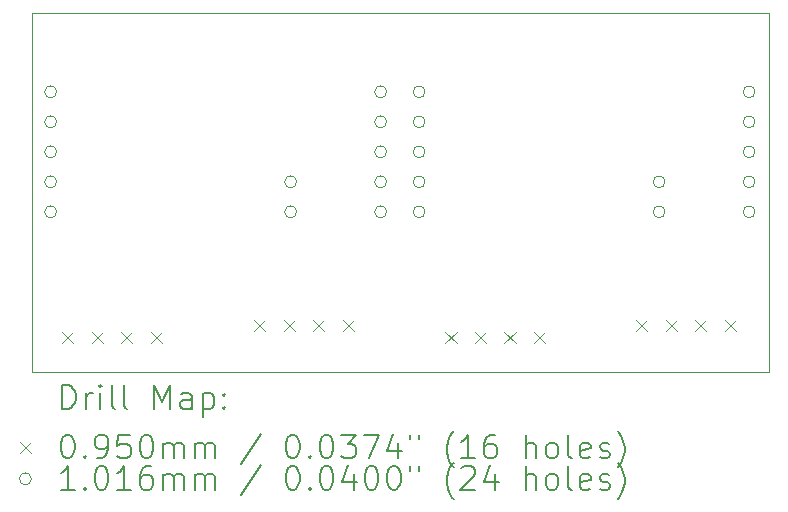
<source format=gbr>
%TF.GenerationSoftware,KiCad,Pcbnew,8.0.1*%
%TF.CreationDate,2024-04-28T18:39:33+02:00*%
%TF.ProjectId,ScaleModule,5363616c-654d-46f6-9475-6c652e6b6963,v0.1*%
%TF.SameCoordinates,Original*%
%TF.FileFunction,Drillmap*%
%TF.FilePolarity,Positive*%
%FSLAX45Y45*%
G04 Gerber Fmt 4.5, Leading zero omitted, Abs format (unit mm)*
G04 Created by KiCad (PCBNEW 8.0.1) date 2024-04-28 18:39:33*
%MOMM*%
%LPD*%
G01*
G04 APERTURE LIST*
%ADD10C,0.050000*%
%ADD11C,0.200000*%
%ADD12C,0.100000*%
%ADD13C,0.101600*%
G04 APERTURE END LIST*
D10*
X10920000Y-8882000D02*
X17160000Y-8882000D01*
X17160000Y-11922000D01*
X10920000Y-11922000D01*
X10920000Y-8882000D01*
D11*
D12*
X11177500Y-11587000D02*
X11272500Y-11682000D01*
X11272500Y-11587000D02*
X11177500Y-11682000D01*
X11427500Y-11587000D02*
X11522500Y-11682000D01*
X11522500Y-11587000D02*
X11427500Y-11682000D01*
X11677500Y-11587000D02*
X11772500Y-11682000D01*
X11772500Y-11587000D02*
X11677500Y-11682000D01*
X11927500Y-11587000D02*
X12022500Y-11682000D01*
X12022500Y-11587000D02*
X11927500Y-11682000D01*
X12802500Y-11482000D02*
X12897500Y-11577000D01*
X12897500Y-11482000D02*
X12802500Y-11577000D01*
X13052500Y-11482000D02*
X13147500Y-11577000D01*
X13147500Y-11482000D02*
X13052500Y-11577000D01*
X13302500Y-11482000D02*
X13397500Y-11577000D01*
X13397500Y-11482000D02*
X13302500Y-11577000D01*
X13552500Y-11482000D02*
X13647500Y-11577000D01*
X13647500Y-11482000D02*
X13552500Y-11577000D01*
X14422500Y-11587000D02*
X14517500Y-11682000D01*
X14517500Y-11587000D02*
X14422500Y-11682000D01*
X14672500Y-11587000D02*
X14767500Y-11682000D01*
X14767500Y-11587000D02*
X14672500Y-11682000D01*
X14922500Y-11587000D02*
X15017500Y-11682000D01*
X15017500Y-11587000D02*
X14922500Y-11682000D01*
X15172500Y-11587000D02*
X15267500Y-11682000D01*
X15267500Y-11587000D02*
X15172500Y-11682000D01*
X16037500Y-11482000D02*
X16132500Y-11577000D01*
X16132500Y-11482000D02*
X16037500Y-11577000D01*
X16287500Y-11482000D02*
X16382500Y-11577000D01*
X16382500Y-11482000D02*
X16287500Y-11577000D01*
X16537500Y-11482000D02*
X16632500Y-11577000D01*
X16632500Y-11482000D02*
X16537500Y-11577000D01*
X16787500Y-11482000D02*
X16882500Y-11577000D01*
X16882500Y-11482000D02*
X16787500Y-11577000D01*
D13*
X11131800Y-9552000D02*
G75*
G02*
X11030200Y-9552000I-50800J0D01*
G01*
X11030200Y-9552000D02*
G75*
G02*
X11131800Y-9552000I50800J0D01*
G01*
X11131800Y-9806000D02*
G75*
G02*
X11030200Y-9806000I-50800J0D01*
G01*
X11030200Y-9806000D02*
G75*
G02*
X11131800Y-9806000I50800J0D01*
G01*
X11131800Y-10060000D02*
G75*
G02*
X11030200Y-10060000I-50800J0D01*
G01*
X11030200Y-10060000D02*
G75*
G02*
X11131800Y-10060000I50800J0D01*
G01*
X11131800Y-10314000D02*
G75*
G02*
X11030200Y-10314000I-50800J0D01*
G01*
X11030200Y-10314000D02*
G75*
G02*
X11131800Y-10314000I50800J0D01*
G01*
X11131800Y-10568000D02*
G75*
G02*
X11030200Y-10568000I-50800J0D01*
G01*
X11030200Y-10568000D02*
G75*
G02*
X11131800Y-10568000I50800J0D01*
G01*
X13163800Y-10314000D02*
G75*
G02*
X13062200Y-10314000I-50800J0D01*
G01*
X13062200Y-10314000D02*
G75*
G02*
X13163800Y-10314000I50800J0D01*
G01*
X13163800Y-10568000D02*
G75*
G02*
X13062200Y-10568000I-50800J0D01*
G01*
X13062200Y-10568000D02*
G75*
G02*
X13163800Y-10568000I50800J0D01*
G01*
X13925800Y-9552000D02*
G75*
G02*
X13824200Y-9552000I-50800J0D01*
G01*
X13824200Y-9552000D02*
G75*
G02*
X13925800Y-9552000I50800J0D01*
G01*
X13925800Y-9806000D02*
G75*
G02*
X13824200Y-9806000I-50800J0D01*
G01*
X13824200Y-9806000D02*
G75*
G02*
X13925800Y-9806000I50800J0D01*
G01*
X13925800Y-10060000D02*
G75*
G02*
X13824200Y-10060000I-50800J0D01*
G01*
X13824200Y-10060000D02*
G75*
G02*
X13925800Y-10060000I50800J0D01*
G01*
X13925800Y-10314000D02*
G75*
G02*
X13824200Y-10314000I-50800J0D01*
G01*
X13824200Y-10314000D02*
G75*
G02*
X13925800Y-10314000I50800J0D01*
G01*
X13925800Y-10568000D02*
G75*
G02*
X13824200Y-10568000I-50800J0D01*
G01*
X13824200Y-10568000D02*
G75*
G02*
X13925800Y-10568000I50800J0D01*
G01*
X14250800Y-9552000D02*
G75*
G02*
X14149200Y-9552000I-50800J0D01*
G01*
X14149200Y-9552000D02*
G75*
G02*
X14250800Y-9552000I50800J0D01*
G01*
X14250800Y-9806000D02*
G75*
G02*
X14149200Y-9806000I-50800J0D01*
G01*
X14149200Y-9806000D02*
G75*
G02*
X14250800Y-9806000I50800J0D01*
G01*
X14250800Y-10060000D02*
G75*
G02*
X14149200Y-10060000I-50800J0D01*
G01*
X14149200Y-10060000D02*
G75*
G02*
X14250800Y-10060000I50800J0D01*
G01*
X14250800Y-10314000D02*
G75*
G02*
X14149200Y-10314000I-50800J0D01*
G01*
X14149200Y-10314000D02*
G75*
G02*
X14250800Y-10314000I50800J0D01*
G01*
X14250800Y-10568000D02*
G75*
G02*
X14149200Y-10568000I-50800J0D01*
G01*
X14149200Y-10568000D02*
G75*
G02*
X14250800Y-10568000I50800J0D01*
G01*
X16282800Y-10314000D02*
G75*
G02*
X16181200Y-10314000I-50800J0D01*
G01*
X16181200Y-10314000D02*
G75*
G02*
X16282800Y-10314000I50800J0D01*
G01*
X16282800Y-10568000D02*
G75*
G02*
X16181200Y-10568000I-50800J0D01*
G01*
X16181200Y-10568000D02*
G75*
G02*
X16282800Y-10568000I50800J0D01*
G01*
X17044800Y-9552000D02*
G75*
G02*
X16943200Y-9552000I-50800J0D01*
G01*
X16943200Y-9552000D02*
G75*
G02*
X17044800Y-9552000I50800J0D01*
G01*
X17044800Y-9806000D02*
G75*
G02*
X16943200Y-9806000I-50800J0D01*
G01*
X16943200Y-9806000D02*
G75*
G02*
X17044800Y-9806000I50800J0D01*
G01*
X17044800Y-10060000D02*
G75*
G02*
X16943200Y-10060000I-50800J0D01*
G01*
X16943200Y-10060000D02*
G75*
G02*
X17044800Y-10060000I50800J0D01*
G01*
X17044800Y-10314000D02*
G75*
G02*
X16943200Y-10314000I-50800J0D01*
G01*
X16943200Y-10314000D02*
G75*
G02*
X17044800Y-10314000I50800J0D01*
G01*
X17044800Y-10568000D02*
G75*
G02*
X16943200Y-10568000I-50800J0D01*
G01*
X16943200Y-10568000D02*
G75*
G02*
X17044800Y-10568000I50800J0D01*
G01*
D11*
X11178277Y-12235984D02*
X11178277Y-12035984D01*
X11178277Y-12035984D02*
X11225896Y-12035984D01*
X11225896Y-12035984D02*
X11254467Y-12045508D01*
X11254467Y-12045508D02*
X11273515Y-12064555D01*
X11273515Y-12064555D02*
X11283039Y-12083603D01*
X11283039Y-12083603D02*
X11292562Y-12121698D01*
X11292562Y-12121698D02*
X11292562Y-12150269D01*
X11292562Y-12150269D02*
X11283039Y-12188365D01*
X11283039Y-12188365D02*
X11273515Y-12207412D01*
X11273515Y-12207412D02*
X11254467Y-12226460D01*
X11254467Y-12226460D02*
X11225896Y-12235984D01*
X11225896Y-12235984D02*
X11178277Y-12235984D01*
X11378277Y-12235984D02*
X11378277Y-12102650D01*
X11378277Y-12140746D02*
X11387801Y-12121698D01*
X11387801Y-12121698D02*
X11397324Y-12112174D01*
X11397324Y-12112174D02*
X11416372Y-12102650D01*
X11416372Y-12102650D02*
X11435420Y-12102650D01*
X11502086Y-12235984D02*
X11502086Y-12102650D01*
X11502086Y-12035984D02*
X11492562Y-12045508D01*
X11492562Y-12045508D02*
X11502086Y-12055031D01*
X11502086Y-12055031D02*
X11511610Y-12045508D01*
X11511610Y-12045508D02*
X11502086Y-12035984D01*
X11502086Y-12035984D02*
X11502086Y-12055031D01*
X11625896Y-12235984D02*
X11606848Y-12226460D01*
X11606848Y-12226460D02*
X11597324Y-12207412D01*
X11597324Y-12207412D02*
X11597324Y-12035984D01*
X11730658Y-12235984D02*
X11711610Y-12226460D01*
X11711610Y-12226460D02*
X11702086Y-12207412D01*
X11702086Y-12207412D02*
X11702086Y-12035984D01*
X11959229Y-12235984D02*
X11959229Y-12035984D01*
X11959229Y-12035984D02*
X12025896Y-12178841D01*
X12025896Y-12178841D02*
X12092562Y-12035984D01*
X12092562Y-12035984D02*
X12092562Y-12235984D01*
X12273515Y-12235984D02*
X12273515Y-12131222D01*
X12273515Y-12131222D02*
X12263991Y-12112174D01*
X12263991Y-12112174D02*
X12244943Y-12102650D01*
X12244943Y-12102650D02*
X12206848Y-12102650D01*
X12206848Y-12102650D02*
X12187801Y-12112174D01*
X12273515Y-12226460D02*
X12254467Y-12235984D01*
X12254467Y-12235984D02*
X12206848Y-12235984D01*
X12206848Y-12235984D02*
X12187801Y-12226460D01*
X12187801Y-12226460D02*
X12178277Y-12207412D01*
X12178277Y-12207412D02*
X12178277Y-12188365D01*
X12178277Y-12188365D02*
X12187801Y-12169317D01*
X12187801Y-12169317D02*
X12206848Y-12159793D01*
X12206848Y-12159793D02*
X12254467Y-12159793D01*
X12254467Y-12159793D02*
X12273515Y-12150269D01*
X12368753Y-12102650D02*
X12368753Y-12302650D01*
X12368753Y-12112174D02*
X12387801Y-12102650D01*
X12387801Y-12102650D02*
X12425896Y-12102650D01*
X12425896Y-12102650D02*
X12444943Y-12112174D01*
X12444943Y-12112174D02*
X12454467Y-12121698D01*
X12454467Y-12121698D02*
X12463991Y-12140746D01*
X12463991Y-12140746D02*
X12463991Y-12197888D01*
X12463991Y-12197888D02*
X12454467Y-12216936D01*
X12454467Y-12216936D02*
X12444943Y-12226460D01*
X12444943Y-12226460D02*
X12425896Y-12235984D01*
X12425896Y-12235984D02*
X12387801Y-12235984D01*
X12387801Y-12235984D02*
X12368753Y-12226460D01*
X12549705Y-12216936D02*
X12559229Y-12226460D01*
X12559229Y-12226460D02*
X12549705Y-12235984D01*
X12549705Y-12235984D02*
X12540182Y-12226460D01*
X12540182Y-12226460D02*
X12549705Y-12216936D01*
X12549705Y-12216936D02*
X12549705Y-12235984D01*
X12549705Y-12112174D02*
X12559229Y-12121698D01*
X12559229Y-12121698D02*
X12549705Y-12131222D01*
X12549705Y-12131222D02*
X12540182Y-12121698D01*
X12540182Y-12121698D02*
X12549705Y-12112174D01*
X12549705Y-12112174D02*
X12549705Y-12131222D01*
D12*
X10822500Y-12517000D02*
X10917500Y-12612000D01*
X10917500Y-12517000D02*
X10822500Y-12612000D01*
D11*
X11216372Y-12455984D02*
X11235420Y-12455984D01*
X11235420Y-12455984D02*
X11254467Y-12465508D01*
X11254467Y-12465508D02*
X11263991Y-12475031D01*
X11263991Y-12475031D02*
X11273515Y-12494079D01*
X11273515Y-12494079D02*
X11283039Y-12532174D01*
X11283039Y-12532174D02*
X11283039Y-12579793D01*
X11283039Y-12579793D02*
X11273515Y-12617888D01*
X11273515Y-12617888D02*
X11263991Y-12636936D01*
X11263991Y-12636936D02*
X11254467Y-12646460D01*
X11254467Y-12646460D02*
X11235420Y-12655984D01*
X11235420Y-12655984D02*
X11216372Y-12655984D01*
X11216372Y-12655984D02*
X11197324Y-12646460D01*
X11197324Y-12646460D02*
X11187801Y-12636936D01*
X11187801Y-12636936D02*
X11178277Y-12617888D01*
X11178277Y-12617888D02*
X11168753Y-12579793D01*
X11168753Y-12579793D02*
X11168753Y-12532174D01*
X11168753Y-12532174D02*
X11178277Y-12494079D01*
X11178277Y-12494079D02*
X11187801Y-12475031D01*
X11187801Y-12475031D02*
X11197324Y-12465508D01*
X11197324Y-12465508D02*
X11216372Y-12455984D01*
X11368753Y-12636936D02*
X11378277Y-12646460D01*
X11378277Y-12646460D02*
X11368753Y-12655984D01*
X11368753Y-12655984D02*
X11359229Y-12646460D01*
X11359229Y-12646460D02*
X11368753Y-12636936D01*
X11368753Y-12636936D02*
X11368753Y-12655984D01*
X11473515Y-12655984D02*
X11511610Y-12655984D01*
X11511610Y-12655984D02*
X11530658Y-12646460D01*
X11530658Y-12646460D02*
X11540182Y-12636936D01*
X11540182Y-12636936D02*
X11559229Y-12608365D01*
X11559229Y-12608365D02*
X11568753Y-12570269D01*
X11568753Y-12570269D02*
X11568753Y-12494079D01*
X11568753Y-12494079D02*
X11559229Y-12475031D01*
X11559229Y-12475031D02*
X11549705Y-12465508D01*
X11549705Y-12465508D02*
X11530658Y-12455984D01*
X11530658Y-12455984D02*
X11492562Y-12455984D01*
X11492562Y-12455984D02*
X11473515Y-12465508D01*
X11473515Y-12465508D02*
X11463991Y-12475031D01*
X11463991Y-12475031D02*
X11454467Y-12494079D01*
X11454467Y-12494079D02*
X11454467Y-12541698D01*
X11454467Y-12541698D02*
X11463991Y-12560746D01*
X11463991Y-12560746D02*
X11473515Y-12570269D01*
X11473515Y-12570269D02*
X11492562Y-12579793D01*
X11492562Y-12579793D02*
X11530658Y-12579793D01*
X11530658Y-12579793D02*
X11549705Y-12570269D01*
X11549705Y-12570269D02*
X11559229Y-12560746D01*
X11559229Y-12560746D02*
X11568753Y-12541698D01*
X11749705Y-12455984D02*
X11654467Y-12455984D01*
X11654467Y-12455984D02*
X11644943Y-12551222D01*
X11644943Y-12551222D02*
X11654467Y-12541698D01*
X11654467Y-12541698D02*
X11673515Y-12532174D01*
X11673515Y-12532174D02*
X11721134Y-12532174D01*
X11721134Y-12532174D02*
X11740182Y-12541698D01*
X11740182Y-12541698D02*
X11749705Y-12551222D01*
X11749705Y-12551222D02*
X11759229Y-12570269D01*
X11759229Y-12570269D02*
X11759229Y-12617888D01*
X11759229Y-12617888D02*
X11749705Y-12636936D01*
X11749705Y-12636936D02*
X11740182Y-12646460D01*
X11740182Y-12646460D02*
X11721134Y-12655984D01*
X11721134Y-12655984D02*
X11673515Y-12655984D01*
X11673515Y-12655984D02*
X11654467Y-12646460D01*
X11654467Y-12646460D02*
X11644943Y-12636936D01*
X11883039Y-12455984D02*
X11902086Y-12455984D01*
X11902086Y-12455984D02*
X11921134Y-12465508D01*
X11921134Y-12465508D02*
X11930658Y-12475031D01*
X11930658Y-12475031D02*
X11940182Y-12494079D01*
X11940182Y-12494079D02*
X11949705Y-12532174D01*
X11949705Y-12532174D02*
X11949705Y-12579793D01*
X11949705Y-12579793D02*
X11940182Y-12617888D01*
X11940182Y-12617888D02*
X11930658Y-12636936D01*
X11930658Y-12636936D02*
X11921134Y-12646460D01*
X11921134Y-12646460D02*
X11902086Y-12655984D01*
X11902086Y-12655984D02*
X11883039Y-12655984D01*
X11883039Y-12655984D02*
X11863991Y-12646460D01*
X11863991Y-12646460D02*
X11854467Y-12636936D01*
X11854467Y-12636936D02*
X11844943Y-12617888D01*
X11844943Y-12617888D02*
X11835420Y-12579793D01*
X11835420Y-12579793D02*
X11835420Y-12532174D01*
X11835420Y-12532174D02*
X11844943Y-12494079D01*
X11844943Y-12494079D02*
X11854467Y-12475031D01*
X11854467Y-12475031D02*
X11863991Y-12465508D01*
X11863991Y-12465508D02*
X11883039Y-12455984D01*
X12035420Y-12655984D02*
X12035420Y-12522650D01*
X12035420Y-12541698D02*
X12044943Y-12532174D01*
X12044943Y-12532174D02*
X12063991Y-12522650D01*
X12063991Y-12522650D02*
X12092563Y-12522650D01*
X12092563Y-12522650D02*
X12111610Y-12532174D01*
X12111610Y-12532174D02*
X12121134Y-12551222D01*
X12121134Y-12551222D02*
X12121134Y-12655984D01*
X12121134Y-12551222D02*
X12130658Y-12532174D01*
X12130658Y-12532174D02*
X12149705Y-12522650D01*
X12149705Y-12522650D02*
X12178277Y-12522650D01*
X12178277Y-12522650D02*
X12197324Y-12532174D01*
X12197324Y-12532174D02*
X12206848Y-12551222D01*
X12206848Y-12551222D02*
X12206848Y-12655984D01*
X12302086Y-12655984D02*
X12302086Y-12522650D01*
X12302086Y-12541698D02*
X12311610Y-12532174D01*
X12311610Y-12532174D02*
X12330658Y-12522650D01*
X12330658Y-12522650D02*
X12359229Y-12522650D01*
X12359229Y-12522650D02*
X12378277Y-12532174D01*
X12378277Y-12532174D02*
X12387801Y-12551222D01*
X12387801Y-12551222D02*
X12387801Y-12655984D01*
X12387801Y-12551222D02*
X12397324Y-12532174D01*
X12397324Y-12532174D02*
X12416372Y-12522650D01*
X12416372Y-12522650D02*
X12444943Y-12522650D01*
X12444943Y-12522650D02*
X12463991Y-12532174D01*
X12463991Y-12532174D02*
X12473515Y-12551222D01*
X12473515Y-12551222D02*
X12473515Y-12655984D01*
X12863991Y-12446460D02*
X12692563Y-12703603D01*
X13121134Y-12455984D02*
X13140182Y-12455984D01*
X13140182Y-12455984D02*
X13159229Y-12465508D01*
X13159229Y-12465508D02*
X13168753Y-12475031D01*
X13168753Y-12475031D02*
X13178277Y-12494079D01*
X13178277Y-12494079D02*
X13187801Y-12532174D01*
X13187801Y-12532174D02*
X13187801Y-12579793D01*
X13187801Y-12579793D02*
X13178277Y-12617888D01*
X13178277Y-12617888D02*
X13168753Y-12636936D01*
X13168753Y-12636936D02*
X13159229Y-12646460D01*
X13159229Y-12646460D02*
X13140182Y-12655984D01*
X13140182Y-12655984D02*
X13121134Y-12655984D01*
X13121134Y-12655984D02*
X13102086Y-12646460D01*
X13102086Y-12646460D02*
X13092563Y-12636936D01*
X13092563Y-12636936D02*
X13083039Y-12617888D01*
X13083039Y-12617888D02*
X13073515Y-12579793D01*
X13073515Y-12579793D02*
X13073515Y-12532174D01*
X13073515Y-12532174D02*
X13083039Y-12494079D01*
X13083039Y-12494079D02*
X13092563Y-12475031D01*
X13092563Y-12475031D02*
X13102086Y-12465508D01*
X13102086Y-12465508D02*
X13121134Y-12455984D01*
X13273515Y-12636936D02*
X13283039Y-12646460D01*
X13283039Y-12646460D02*
X13273515Y-12655984D01*
X13273515Y-12655984D02*
X13263991Y-12646460D01*
X13263991Y-12646460D02*
X13273515Y-12636936D01*
X13273515Y-12636936D02*
X13273515Y-12655984D01*
X13406848Y-12455984D02*
X13425896Y-12455984D01*
X13425896Y-12455984D02*
X13444944Y-12465508D01*
X13444944Y-12465508D02*
X13454467Y-12475031D01*
X13454467Y-12475031D02*
X13463991Y-12494079D01*
X13463991Y-12494079D02*
X13473515Y-12532174D01*
X13473515Y-12532174D02*
X13473515Y-12579793D01*
X13473515Y-12579793D02*
X13463991Y-12617888D01*
X13463991Y-12617888D02*
X13454467Y-12636936D01*
X13454467Y-12636936D02*
X13444944Y-12646460D01*
X13444944Y-12646460D02*
X13425896Y-12655984D01*
X13425896Y-12655984D02*
X13406848Y-12655984D01*
X13406848Y-12655984D02*
X13387801Y-12646460D01*
X13387801Y-12646460D02*
X13378277Y-12636936D01*
X13378277Y-12636936D02*
X13368753Y-12617888D01*
X13368753Y-12617888D02*
X13359229Y-12579793D01*
X13359229Y-12579793D02*
X13359229Y-12532174D01*
X13359229Y-12532174D02*
X13368753Y-12494079D01*
X13368753Y-12494079D02*
X13378277Y-12475031D01*
X13378277Y-12475031D02*
X13387801Y-12465508D01*
X13387801Y-12465508D02*
X13406848Y-12455984D01*
X13540182Y-12455984D02*
X13663991Y-12455984D01*
X13663991Y-12455984D02*
X13597325Y-12532174D01*
X13597325Y-12532174D02*
X13625896Y-12532174D01*
X13625896Y-12532174D02*
X13644944Y-12541698D01*
X13644944Y-12541698D02*
X13654467Y-12551222D01*
X13654467Y-12551222D02*
X13663991Y-12570269D01*
X13663991Y-12570269D02*
X13663991Y-12617888D01*
X13663991Y-12617888D02*
X13654467Y-12636936D01*
X13654467Y-12636936D02*
X13644944Y-12646460D01*
X13644944Y-12646460D02*
X13625896Y-12655984D01*
X13625896Y-12655984D02*
X13568753Y-12655984D01*
X13568753Y-12655984D02*
X13549706Y-12646460D01*
X13549706Y-12646460D02*
X13540182Y-12636936D01*
X13730658Y-12455984D02*
X13863991Y-12455984D01*
X13863991Y-12455984D02*
X13778277Y-12655984D01*
X14025896Y-12522650D02*
X14025896Y-12655984D01*
X13978277Y-12446460D02*
X13930658Y-12589317D01*
X13930658Y-12589317D02*
X14054467Y-12589317D01*
X14121134Y-12455984D02*
X14121134Y-12494079D01*
X14197325Y-12455984D02*
X14197325Y-12494079D01*
X14492563Y-12732174D02*
X14483039Y-12722650D01*
X14483039Y-12722650D02*
X14463991Y-12694079D01*
X14463991Y-12694079D02*
X14454468Y-12675031D01*
X14454468Y-12675031D02*
X14444944Y-12646460D01*
X14444944Y-12646460D02*
X14435420Y-12598841D01*
X14435420Y-12598841D02*
X14435420Y-12560746D01*
X14435420Y-12560746D02*
X14444944Y-12513127D01*
X14444944Y-12513127D02*
X14454468Y-12484555D01*
X14454468Y-12484555D02*
X14463991Y-12465508D01*
X14463991Y-12465508D02*
X14483039Y-12436936D01*
X14483039Y-12436936D02*
X14492563Y-12427412D01*
X14673515Y-12655984D02*
X14559229Y-12655984D01*
X14616372Y-12655984D02*
X14616372Y-12455984D01*
X14616372Y-12455984D02*
X14597325Y-12484555D01*
X14597325Y-12484555D02*
X14578277Y-12503603D01*
X14578277Y-12503603D02*
X14559229Y-12513127D01*
X14844944Y-12455984D02*
X14806848Y-12455984D01*
X14806848Y-12455984D02*
X14787801Y-12465508D01*
X14787801Y-12465508D02*
X14778277Y-12475031D01*
X14778277Y-12475031D02*
X14759229Y-12503603D01*
X14759229Y-12503603D02*
X14749706Y-12541698D01*
X14749706Y-12541698D02*
X14749706Y-12617888D01*
X14749706Y-12617888D02*
X14759229Y-12636936D01*
X14759229Y-12636936D02*
X14768753Y-12646460D01*
X14768753Y-12646460D02*
X14787801Y-12655984D01*
X14787801Y-12655984D02*
X14825896Y-12655984D01*
X14825896Y-12655984D02*
X14844944Y-12646460D01*
X14844944Y-12646460D02*
X14854468Y-12636936D01*
X14854468Y-12636936D02*
X14863991Y-12617888D01*
X14863991Y-12617888D02*
X14863991Y-12570269D01*
X14863991Y-12570269D02*
X14854468Y-12551222D01*
X14854468Y-12551222D02*
X14844944Y-12541698D01*
X14844944Y-12541698D02*
X14825896Y-12532174D01*
X14825896Y-12532174D02*
X14787801Y-12532174D01*
X14787801Y-12532174D02*
X14768753Y-12541698D01*
X14768753Y-12541698D02*
X14759229Y-12551222D01*
X14759229Y-12551222D02*
X14749706Y-12570269D01*
X15102087Y-12655984D02*
X15102087Y-12455984D01*
X15187801Y-12655984D02*
X15187801Y-12551222D01*
X15187801Y-12551222D02*
X15178277Y-12532174D01*
X15178277Y-12532174D02*
X15159230Y-12522650D01*
X15159230Y-12522650D02*
X15130658Y-12522650D01*
X15130658Y-12522650D02*
X15111610Y-12532174D01*
X15111610Y-12532174D02*
X15102087Y-12541698D01*
X15311610Y-12655984D02*
X15292563Y-12646460D01*
X15292563Y-12646460D02*
X15283039Y-12636936D01*
X15283039Y-12636936D02*
X15273515Y-12617888D01*
X15273515Y-12617888D02*
X15273515Y-12560746D01*
X15273515Y-12560746D02*
X15283039Y-12541698D01*
X15283039Y-12541698D02*
X15292563Y-12532174D01*
X15292563Y-12532174D02*
X15311610Y-12522650D01*
X15311610Y-12522650D02*
X15340182Y-12522650D01*
X15340182Y-12522650D02*
X15359230Y-12532174D01*
X15359230Y-12532174D02*
X15368753Y-12541698D01*
X15368753Y-12541698D02*
X15378277Y-12560746D01*
X15378277Y-12560746D02*
X15378277Y-12617888D01*
X15378277Y-12617888D02*
X15368753Y-12636936D01*
X15368753Y-12636936D02*
X15359230Y-12646460D01*
X15359230Y-12646460D02*
X15340182Y-12655984D01*
X15340182Y-12655984D02*
X15311610Y-12655984D01*
X15492563Y-12655984D02*
X15473515Y-12646460D01*
X15473515Y-12646460D02*
X15463991Y-12627412D01*
X15463991Y-12627412D02*
X15463991Y-12455984D01*
X15644944Y-12646460D02*
X15625896Y-12655984D01*
X15625896Y-12655984D02*
X15587801Y-12655984D01*
X15587801Y-12655984D02*
X15568753Y-12646460D01*
X15568753Y-12646460D02*
X15559230Y-12627412D01*
X15559230Y-12627412D02*
X15559230Y-12551222D01*
X15559230Y-12551222D02*
X15568753Y-12532174D01*
X15568753Y-12532174D02*
X15587801Y-12522650D01*
X15587801Y-12522650D02*
X15625896Y-12522650D01*
X15625896Y-12522650D02*
X15644944Y-12532174D01*
X15644944Y-12532174D02*
X15654468Y-12551222D01*
X15654468Y-12551222D02*
X15654468Y-12570269D01*
X15654468Y-12570269D02*
X15559230Y-12589317D01*
X15730658Y-12646460D02*
X15749706Y-12655984D01*
X15749706Y-12655984D02*
X15787801Y-12655984D01*
X15787801Y-12655984D02*
X15806849Y-12646460D01*
X15806849Y-12646460D02*
X15816372Y-12627412D01*
X15816372Y-12627412D02*
X15816372Y-12617888D01*
X15816372Y-12617888D02*
X15806849Y-12598841D01*
X15806849Y-12598841D02*
X15787801Y-12589317D01*
X15787801Y-12589317D02*
X15759230Y-12589317D01*
X15759230Y-12589317D02*
X15740182Y-12579793D01*
X15740182Y-12579793D02*
X15730658Y-12560746D01*
X15730658Y-12560746D02*
X15730658Y-12551222D01*
X15730658Y-12551222D02*
X15740182Y-12532174D01*
X15740182Y-12532174D02*
X15759230Y-12522650D01*
X15759230Y-12522650D02*
X15787801Y-12522650D01*
X15787801Y-12522650D02*
X15806849Y-12532174D01*
X15883039Y-12732174D02*
X15892563Y-12722650D01*
X15892563Y-12722650D02*
X15911611Y-12694079D01*
X15911611Y-12694079D02*
X15921134Y-12675031D01*
X15921134Y-12675031D02*
X15930658Y-12646460D01*
X15930658Y-12646460D02*
X15940182Y-12598841D01*
X15940182Y-12598841D02*
X15940182Y-12560746D01*
X15940182Y-12560746D02*
X15930658Y-12513127D01*
X15930658Y-12513127D02*
X15921134Y-12484555D01*
X15921134Y-12484555D02*
X15911611Y-12465508D01*
X15911611Y-12465508D02*
X15892563Y-12436936D01*
X15892563Y-12436936D02*
X15883039Y-12427412D01*
D13*
X10917500Y-12828500D02*
G75*
G02*
X10815900Y-12828500I-50800J0D01*
G01*
X10815900Y-12828500D02*
G75*
G02*
X10917500Y-12828500I50800J0D01*
G01*
D11*
X11283039Y-12919984D02*
X11168753Y-12919984D01*
X11225896Y-12919984D02*
X11225896Y-12719984D01*
X11225896Y-12719984D02*
X11206848Y-12748555D01*
X11206848Y-12748555D02*
X11187801Y-12767603D01*
X11187801Y-12767603D02*
X11168753Y-12777127D01*
X11368753Y-12900936D02*
X11378277Y-12910460D01*
X11378277Y-12910460D02*
X11368753Y-12919984D01*
X11368753Y-12919984D02*
X11359229Y-12910460D01*
X11359229Y-12910460D02*
X11368753Y-12900936D01*
X11368753Y-12900936D02*
X11368753Y-12919984D01*
X11502086Y-12719984D02*
X11521134Y-12719984D01*
X11521134Y-12719984D02*
X11540182Y-12729508D01*
X11540182Y-12729508D02*
X11549705Y-12739031D01*
X11549705Y-12739031D02*
X11559229Y-12758079D01*
X11559229Y-12758079D02*
X11568753Y-12796174D01*
X11568753Y-12796174D02*
X11568753Y-12843793D01*
X11568753Y-12843793D02*
X11559229Y-12881888D01*
X11559229Y-12881888D02*
X11549705Y-12900936D01*
X11549705Y-12900936D02*
X11540182Y-12910460D01*
X11540182Y-12910460D02*
X11521134Y-12919984D01*
X11521134Y-12919984D02*
X11502086Y-12919984D01*
X11502086Y-12919984D02*
X11483039Y-12910460D01*
X11483039Y-12910460D02*
X11473515Y-12900936D01*
X11473515Y-12900936D02*
X11463991Y-12881888D01*
X11463991Y-12881888D02*
X11454467Y-12843793D01*
X11454467Y-12843793D02*
X11454467Y-12796174D01*
X11454467Y-12796174D02*
X11463991Y-12758079D01*
X11463991Y-12758079D02*
X11473515Y-12739031D01*
X11473515Y-12739031D02*
X11483039Y-12729508D01*
X11483039Y-12729508D02*
X11502086Y-12719984D01*
X11759229Y-12919984D02*
X11644943Y-12919984D01*
X11702086Y-12919984D02*
X11702086Y-12719984D01*
X11702086Y-12719984D02*
X11683039Y-12748555D01*
X11683039Y-12748555D02*
X11663991Y-12767603D01*
X11663991Y-12767603D02*
X11644943Y-12777127D01*
X11930658Y-12719984D02*
X11892562Y-12719984D01*
X11892562Y-12719984D02*
X11873515Y-12729508D01*
X11873515Y-12729508D02*
X11863991Y-12739031D01*
X11863991Y-12739031D02*
X11844943Y-12767603D01*
X11844943Y-12767603D02*
X11835420Y-12805698D01*
X11835420Y-12805698D02*
X11835420Y-12881888D01*
X11835420Y-12881888D02*
X11844943Y-12900936D01*
X11844943Y-12900936D02*
X11854467Y-12910460D01*
X11854467Y-12910460D02*
X11873515Y-12919984D01*
X11873515Y-12919984D02*
X11911610Y-12919984D01*
X11911610Y-12919984D02*
X11930658Y-12910460D01*
X11930658Y-12910460D02*
X11940182Y-12900936D01*
X11940182Y-12900936D02*
X11949705Y-12881888D01*
X11949705Y-12881888D02*
X11949705Y-12834269D01*
X11949705Y-12834269D02*
X11940182Y-12815222D01*
X11940182Y-12815222D02*
X11930658Y-12805698D01*
X11930658Y-12805698D02*
X11911610Y-12796174D01*
X11911610Y-12796174D02*
X11873515Y-12796174D01*
X11873515Y-12796174D02*
X11854467Y-12805698D01*
X11854467Y-12805698D02*
X11844943Y-12815222D01*
X11844943Y-12815222D02*
X11835420Y-12834269D01*
X12035420Y-12919984D02*
X12035420Y-12786650D01*
X12035420Y-12805698D02*
X12044943Y-12796174D01*
X12044943Y-12796174D02*
X12063991Y-12786650D01*
X12063991Y-12786650D02*
X12092563Y-12786650D01*
X12092563Y-12786650D02*
X12111610Y-12796174D01*
X12111610Y-12796174D02*
X12121134Y-12815222D01*
X12121134Y-12815222D02*
X12121134Y-12919984D01*
X12121134Y-12815222D02*
X12130658Y-12796174D01*
X12130658Y-12796174D02*
X12149705Y-12786650D01*
X12149705Y-12786650D02*
X12178277Y-12786650D01*
X12178277Y-12786650D02*
X12197324Y-12796174D01*
X12197324Y-12796174D02*
X12206848Y-12815222D01*
X12206848Y-12815222D02*
X12206848Y-12919984D01*
X12302086Y-12919984D02*
X12302086Y-12786650D01*
X12302086Y-12805698D02*
X12311610Y-12796174D01*
X12311610Y-12796174D02*
X12330658Y-12786650D01*
X12330658Y-12786650D02*
X12359229Y-12786650D01*
X12359229Y-12786650D02*
X12378277Y-12796174D01*
X12378277Y-12796174D02*
X12387801Y-12815222D01*
X12387801Y-12815222D02*
X12387801Y-12919984D01*
X12387801Y-12815222D02*
X12397324Y-12796174D01*
X12397324Y-12796174D02*
X12416372Y-12786650D01*
X12416372Y-12786650D02*
X12444943Y-12786650D01*
X12444943Y-12786650D02*
X12463991Y-12796174D01*
X12463991Y-12796174D02*
X12473515Y-12815222D01*
X12473515Y-12815222D02*
X12473515Y-12919984D01*
X12863991Y-12710460D02*
X12692563Y-12967603D01*
X13121134Y-12719984D02*
X13140182Y-12719984D01*
X13140182Y-12719984D02*
X13159229Y-12729508D01*
X13159229Y-12729508D02*
X13168753Y-12739031D01*
X13168753Y-12739031D02*
X13178277Y-12758079D01*
X13178277Y-12758079D02*
X13187801Y-12796174D01*
X13187801Y-12796174D02*
X13187801Y-12843793D01*
X13187801Y-12843793D02*
X13178277Y-12881888D01*
X13178277Y-12881888D02*
X13168753Y-12900936D01*
X13168753Y-12900936D02*
X13159229Y-12910460D01*
X13159229Y-12910460D02*
X13140182Y-12919984D01*
X13140182Y-12919984D02*
X13121134Y-12919984D01*
X13121134Y-12919984D02*
X13102086Y-12910460D01*
X13102086Y-12910460D02*
X13092563Y-12900936D01*
X13092563Y-12900936D02*
X13083039Y-12881888D01*
X13083039Y-12881888D02*
X13073515Y-12843793D01*
X13073515Y-12843793D02*
X13073515Y-12796174D01*
X13073515Y-12796174D02*
X13083039Y-12758079D01*
X13083039Y-12758079D02*
X13092563Y-12739031D01*
X13092563Y-12739031D02*
X13102086Y-12729508D01*
X13102086Y-12729508D02*
X13121134Y-12719984D01*
X13273515Y-12900936D02*
X13283039Y-12910460D01*
X13283039Y-12910460D02*
X13273515Y-12919984D01*
X13273515Y-12919984D02*
X13263991Y-12910460D01*
X13263991Y-12910460D02*
X13273515Y-12900936D01*
X13273515Y-12900936D02*
X13273515Y-12919984D01*
X13406848Y-12719984D02*
X13425896Y-12719984D01*
X13425896Y-12719984D02*
X13444944Y-12729508D01*
X13444944Y-12729508D02*
X13454467Y-12739031D01*
X13454467Y-12739031D02*
X13463991Y-12758079D01*
X13463991Y-12758079D02*
X13473515Y-12796174D01*
X13473515Y-12796174D02*
X13473515Y-12843793D01*
X13473515Y-12843793D02*
X13463991Y-12881888D01*
X13463991Y-12881888D02*
X13454467Y-12900936D01*
X13454467Y-12900936D02*
X13444944Y-12910460D01*
X13444944Y-12910460D02*
X13425896Y-12919984D01*
X13425896Y-12919984D02*
X13406848Y-12919984D01*
X13406848Y-12919984D02*
X13387801Y-12910460D01*
X13387801Y-12910460D02*
X13378277Y-12900936D01*
X13378277Y-12900936D02*
X13368753Y-12881888D01*
X13368753Y-12881888D02*
X13359229Y-12843793D01*
X13359229Y-12843793D02*
X13359229Y-12796174D01*
X13359229Y-12796174D02*
X13368753Y-12758079D01*
X13368753Y-12758079D02*
X13378277Y-12739031D01*
X13378277Y-12739031D02*
X13387801Y-12729508D01*
X13387801Y-12729508D02*
X13406848Y-12719984D01*
X13644944Y-12786650D02*
X13644944Y-12919984D01*
X13597325Y-12710460D02*
X13549706Y-12853317D01*
X13549706Y-12853317D02*
X13673515Y-12853317D01*
X13787801Y-12719984D02*
X13806848Y-12719984D01*
X13806848Y-12719984D02*
X13825896Y-12729508D01*
X13825896Y-12729508D02*
X13835420Y-12739031D01*
X13835420Y-12739031D02*
X13844944Y-12758079D01*
X13844944Y-12758079D02*
X13854467Y-12796174D01*
X13854467Y-12796174D02*
X13854467Y-12843793D01*
X13854467Y-12843793D02*
X13844944Y-12881888D01*
X13844944Y-12881888D02*
X13835420Y-12900936D01*
X13835420Y-12900936D02*
X13825896Y-12910460D01*
X13825896Y-12910460D02*
X13806848Y-12919984D01*
X13806848Y-12919984D02*
X13787801Y-12919984D01*
X13787801Y-12919984D02*
X13768753Y-12910460D01*
X13768753Y-12910460D02*
X13759229Y-12900936D01*
X13759229Y-12900936D02*
X13749706Y-12881888D01*
X13749706Y-12881888D02*
X13740182Y-12843793D01*
X13740182Y-12843793D02*
X13740182Y-12796174D01*
X13740182Y-12796174D02*
X13749706Y-12758079D01*
X13749706Y-12758079D02*
X13759229Y-12739031D01*
X13759229Y-12739031D02*
X13768753Y-12729508D01*
X13768753Y-12729508D02*
X13787801Y-12719984D01*
X13978277Y-12719984D02*
X13997325Y-12719984D01*
X13997325Y-12719984D02*
X14016372Y-12729508D01*
X14016372Y-12729508D02*
X14025896Y-12739031D01*
X14025896Y-12739031D02*
X14035420Y-12758079D01*
X14035420Y-12758079D02*
X14044944Y-12796174D01*
X14044944Y-12796174D02*
X14044944Y-12843793D01*
X14044944Y-12843793D02*
X14035420Y-12881888D01*
X14035420Y-12881888D02*
X14025896Y-12900936D01*
X14025896Y-12900936D02*
X14016372Y-12910460D01*
X14016372Y-12910460D02*
X13997325Y-12919984D01*
X13997325Y-12919984D02*
X13978277Y-12919984D01*
X13978277Y-12919984D02*
X13959229Y-12910460D01*
X13959229Y-12910460D02*
X13949706Y-12900936D01*
X13949706Y-12900936D02*
X13940182Y-12881888D01*
X13940182Y-12881888D02*
X13930658Y-12843793D01*
X13930658Y-12843793D02*
X13930658Y-12796174D01*
X13930658Y-12796174D02*
X13940182Y-12758079D01*
X13940182Y-12758079D02*
X13949706Y-12739031D01*
X13949706Y-12739031D02*
X13959229Y-12729508D01*
X13959229Y-12729508D02*
X13978277Y-12719984D01*
X14121134Y-12719984D02*
X14121134Y-12758079D01*
X14197325Y-12719984D02*
X14197325Y-12758079D01*
X14492563Y-12996174D02*
X14483039Y-12986650D01*
X14483039Y-12986650D02*
X14463991Y-12958079D01*
X14463991Y-12958079D02*
X14454468Y-12939031D01*
X14454468Y-12939031D02*
X14444944Y-12910460D01*
X14444944Y-12910460D02*
X14435420Y-12862841D01*
X14435420Y-12862841D02*
X14435420Y-12824746D01*
X14435420Y-12824746D02*
X14444944Y-12777127D01*
X14444944Y-12777127D02*
X14454468Y-12748555D01*
X14454468Y-12748555D02*
X14463991Y-12729508D01*
X14463991Y-12729508D02*
X14483039Y-12700936D01*
X14483039Y-12700936D02*
X14492563Y-12691412D01*
X14559229Y-12739031D02*
X14568753Y-12729508D01*
X14568753Y-12729508D02*
X14587801Y-12719984D01*
X14587801Y-12719984D02*
X14635420Y-12719984D01*
X14635420Y-12719984D02*
X14654468Y-12729508D01*
X14654468Y-12729508D02*
X14663991Y-12739031D01*
X14663991Y-12739031D02*
X14673515Y-12758079D01*
X14673515Y-12758079D02*
X14673515Y-12777127D01*
X14673515Y-12777127D02*
X14663991Y-12805698D01*
X14663991Y-12805698D02*
X14549706Y-12919984D01*
X14549706Y-12919984D02*
X14673515Y-12919984D01*
X14844944Y-12786650D02*
X14844944Y-12919984D01*
X14797325Y-12710460D02*
X14749706Y-12853317D01*
X14749706Y-12853317D02*
X14873515Y-12853317D01*
X15102087Y-12919984D02*
X15102087Y-12719984D01*
X15187801Y-12919984D02*
X15187801Y-12815222D01*
X15187801Y-12815222D02*
X15178277Y-12796174D01*
X15178277Y-12796174D02*
X15159230Y-12786650D01*
X15159230Y-12786650D02*
X15130658Y-12786650D01*
X15130658Y-12786650D02*
X15111610Y-12796174D01*
X15111610Y-12796174D02*
X15102087Y-12805698D01*
X15311610Y-12919984D02*
X15292563Y-12910460D01*
X15292563Y-12910460D02*
X15283039Y-12900936D01*
X15283039Y-12900936D02*
X15273515Y-12881888D01*
X15273515Y-12881888D02*
X15273515Y-12824746D01*
X15273515Y-12824746D02*
X15283039Y-12805698D01*
X15283039Y-12805698D02*
X15292563Y-12796174D01*
X15292563Y-12796174D02*
X15311610Y-12786650D01*
X15311610Y-12786650D02*
X15340182Y-12786650D01*
X15340182Y-12786650D02*
X15359230Y-12796174D01*
X15359230Y-12796174D02*
X15368753Y-12805698D01*
X15368753Y-12805698D02*
X15378277Y-12824746D01*
X15378277Y-12824746D02*
X15378277Y-12881888D01*
X15378277Y-12881888D02*
X15368753Y-12900936D01*
X15368753Y-12900936D02*
X15359230Y-12910460D01*
X15359230Y-12910460D02*
X15340182Y-12919984D01*
X15340182Y-12919984D02*
X15311610Y-12919984D01*
X15492563Y-12919984D02*
X15473515Y-12910460D01*
X15473515Y-12910460D02*
X15463991Y-12891412D01*
X15463991Y-12891412D02*
X15463991Y-12719984D01*
X15644944Y-12910460D02*
X15625896Y-12919984D01*
X15625896Y-12919984D02*
X15587801Y-12919984D01*
X15587801Y-12919984D02*
X15568753Y-12910460D01*
X15568753Y-12910460D02*
X15559230Y-12891412D01*
X15559230Y-12891412D02*
X15559230Y-12815222D01*
X15559230Y-12815222D02*
X15568753Y-12796174D01*
X15568753Y-12796174D02*
X15587801Y-12786650D01*
X15587801Y-12786650D02*
X15625896Y-12786650D01*
X15625896Y-12786650D02*
X15644944Y-12796174D01*
X15644944Y-12796174D02*
X15654468Y-12815222D01*
X15654468Y-12815222D02*
X15654468Y-12834269D01*
X15654468Y-12834269D02*
X15559230Y-12853317D01*
X15730658Y-12910460D02*
X15749706Y-12919984D01*
X15749706Y-12919984D02*
X15787801Y-12919984D01*
X15787801Y-12919984D02*
X15806849Y-12910460D01*
X15806849Y-12910460D02*
X15816372Y-12891412D01*
X15816372Y-12891412D02*
X15816372Y-12881888D01*
X15816372Y-12881888D02*
X15806849Y-12862841D01*
X15806849Y-12862841D02*
X15787801Y-12853317D01*
X15787801Y-12853317D02*
X15759230Y-12853317D01*
X15759230Y-12853317D02*
X15740182Y-12843793D01*
X15740182Y-12843793D02*
X15730658Y-12824746D01*
X15730658Y-12824746D02*
X15730658Y-12815222D01*
X15730658Y-12815222D02*
X15740182Y-12796174D01*
X15740182Y-12796174D02*
X15759230Y-12786650D01*
X15759230Y-12786650D02*
X15787801Y-12786650D01*
X15787801Y-12786650D02*
X15806849Y-12796174D01*
X15883039Y-12996174D02*
X15892563Y-12986650D01*
X15892563Y-12986650D02*
X15911611Y-12958079D01*
X15911611Y-12958079D02*
X15921134Y-12939031D01*
X15921134Y-12939031D02*
X15930658Y-12910460D01*
X15930658Y-12910460D02*
X15940182Y-12862841D01*
X15940182Y-12862841D02*
X15940182Y-12824746D01*
X15940182Y-12824746D02*
X15930658Y-12777127D01*
X15930658Y-12777127D02*
X15921134Y-12748555D01*
X15921134Y-12748555D02*
X15911611Y-12729508D01*
X15911611Y-12729508D02*
X15892563Y-12700936D01*
X15892563Y-12700936D02*
X15883039Y-12691412D01*
M02*

</source>
